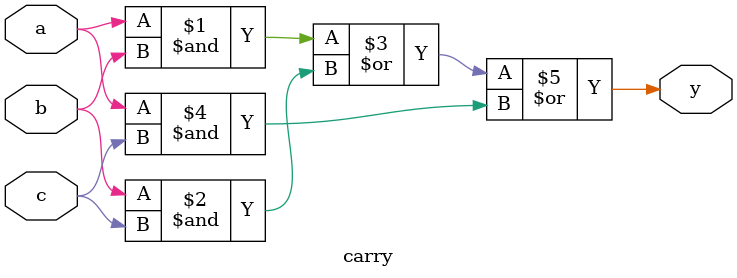
<source format=v>
module bits(sum,cout,a,b,m);
    input [3:0] a,b;
    input m;
    output wire [3:0] sum;
    output cout;
    wire t1,t2,t3;

        full_adder s0(sum[0],t1,a[0],(b[0]^ m),m);
        full_adder s1(sum[1],t2,a[1],(b[1]^ m),t1);
        full_adder s2(sum[2],t3,a[2],(b[2]^ m),t2);
        full_adder s3(sum[3],cout,a[3],(b[3]^m),t3);
endmodule

module full_adder(sum,cout,a,b,cin);
    input a,b,cin;
    output sum, cout;
    wire t1,t2;

    sum s1(t1,a,b);
    sum s2(sum,t1,cin);
    carry c(cout,a,b,cin);

endmodule

module sum(y,a,b);
    input a,b;
    output y;

    assign y = a^b;
endmodule

module carry(y,a,b,c);
    input a,b,c;
    output y;

    assign y = a&b|b&c|a&c;
endmodule     

</source>
